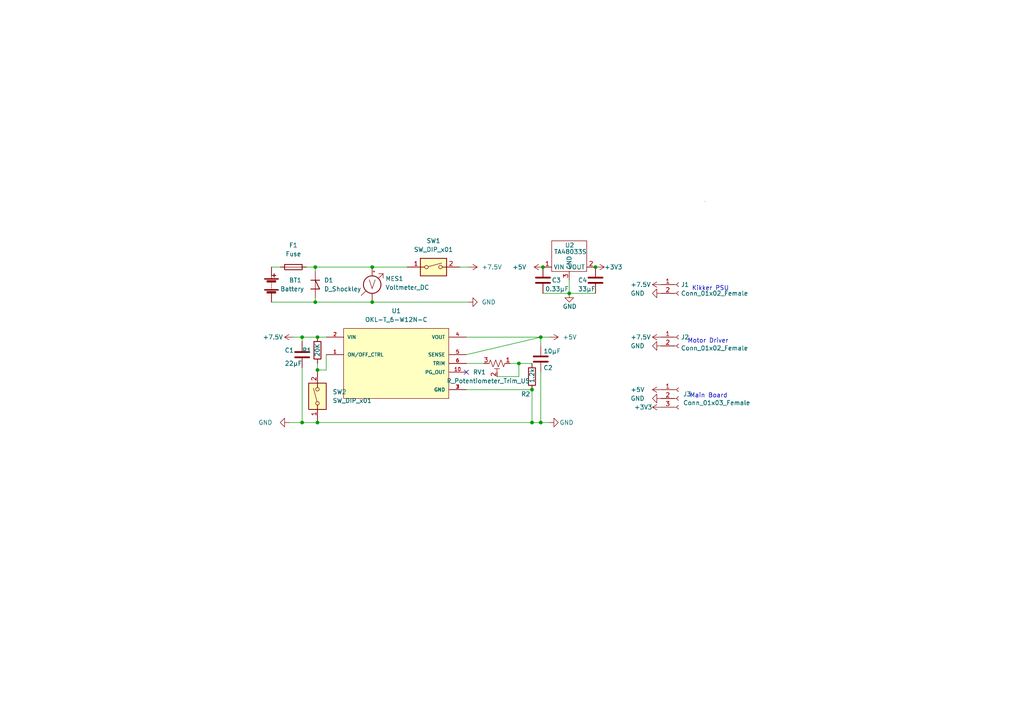
<source format=kicad_sch>
(kicad_sch (version 20211123) (generator eeschema)
  (paper "A4")
  (lib_symbols
    (symbol "Connector:Conn_01x02_Female" (pin_names (offset 1.016) hide)
      (property "Reference" "J" (at 0 2.54 0))
      (property "Value" "Conn_01x02_Female" (at 0 -5.08 0))
      (symbol "Conn_01x02_Female_1_1"
        (arc (start 0 -2.032) (mid -0.508 -2.54) (end 0 -3.048) (stroke (width 0.1524)))
        (polyline (pts (xy -1.27 -2.54) (xy -0.508 -2.54)) (stroke (width 0.1524)))
        (polyline (pts (xy -1.27 0) (xy -0.508 0)) (stroke (width 0.1524)))
        (arc (start 0 0.508) (mid -0.508 0) (end 0 -0.508) (stroke (width 0.1524)))
        (pin passive line (at -5.08 0 0) (length 3.81) (name "Pin_1") (number "1"))
        (pin passive line (at -5.08 -2.54 0) (length 3.81) (name "Pin_2") (number "2"))
      )
    )
    (symbol "Connector:Conn_01x03_Female" (pin_names (offset 1.016) hide)
      (property "Reference" "J" (at 0 5.08 0))
      (property "Value" "Conn_01x03_Female" (at 0 -5.08 0))
      (symbol "Conn_01x03_Female_1_1"
        (arc (start 0 -2.032) (mid -0.508 -2.54) (end 0 -3.048) (stroke (width 0.1524)))
        (polyline (pts (xy -1.27 -2.54) (xy -0.508 -2.54)) (stroke (width 0.1524)))
        (polyline (pts (xy -1.27 0) (xy -0.508 0)) (stroke (width 0.1524)))
        (polyline (pts (xy -1.27 2.54) (xy -0.508 2.54)) (stroke (width 0.1524)))
        (arc (start 0 0.508) (mid -0.508 0) (end 0 -0.508) (stroke (width 0.1524)))
        (arc (start 0 3.048) (mid -0.508 2.54) (end 0 2.032) (stroke (width 0.1524)))
        (pin passive line (at -5.08 2.54 0) (length 3.81) (name "Pin_1") (number "1"))
        (pin passive line (at -5.08 0 0) (length 3.81) (name "Pin_2") (number "2"))
        (pin passive line (at -5.08 -2.54 0) (length 3.81) (name "Pin_3") (number "3"))
      )
    )
    (symbol "Device:Battery" (pin_numbers hide) (pin_names (offset 0) hide)
      (property "Reference" "BT" (at 2.54 2.54 0))
      (property "Value" "Battery" (at 2.54 0 0))
      (symbol "Battery_0_1"
        (rectangle (start -2.032 -1.397) (end 2.032 -1.651) (fill (type outline)))
        (rectangle (start -2.032 1.778) (end 2.032 1.524) (fill (type outline)))
        (rectangle (start -1.3208 -1.9812) (end 1.27 -2.4892) (fill (type outline)))
        (rectangle (start -1.3208 1.1938) (end 1.27 0.6858) (fill (type outline)))
        (polyline (pts (xy 0 -1.524) (xy 0 -1.27)))
        (polyline (pts (xy 0 -1.016) (xy 0 -0.762)))
        (polyline (pts (xy 0 -0.508) (xy 0 -0.254)))
        (polyline (pts (xy 0 0) (xy 0 0.254)))
        (polyline (pts (xy 0 0.508) (xy 0 0.762)))
        (polyline (pts (xy 0 1.778) (xy 0 2.54)))
        (polyline (pts (xy 0.254 2.667) (xy 1.27 2.667)) (stroke (width 0.254)))
        (polyline (pts (xy 0.762 3.175) (xy 0.762 2.159)) (stroke (width 0.254)))
      )
      (symbol "Battery_1_1"
        (pin passive line (at 0 5.08 270) (length 2.54) (name "+") (number "1"))
        (pin passive line (at 0 -5.08 90) (length 2.54) (name "-") (number "2"))
      )
    )
    (symbol "Device:C" (pin_numbers hide) (pin_names (offset 0.254))
      (property "Reference" "C" (at 0.635 2.54 0))
      (property "Value" "C" (at 0.635 -2.54 0))
      (symbol "C_0_1"
        (polyline (pts (xy -2.032 -0.762) (xy 2.032 -0.762)) (stroke (width 0.508)))
        (polyline (pts (xy -2.032 0.762) (xy 2.032 0.762)) (stroke (width 0.508)))
      )
      (symbol "C_1_1"
        (pin passive line (at 0 3.81 270) (length 2.794) (name "~") (number "1"))
        (pin passive line (at 0 -3.81 90) (length 2.794) (name "~") (number "2"))
      )
    )
    (symbol "Device:D_Shockley" (pin_numbers hide) (pin_names (offset 1.016) hide)
      (property "Reference" "D" (at 0 2.54 0))
      (property "Value" "D_Shockley" (at 0 -2.54 0))
      (symbol "D_Shockley_0_1"
        (polyline (pts (xy -1.27 0) (xy 1.27 0)))
        (polyline (pts (xy -1.27 1.27) (xy -1.27 -1.27)) (stroke (width 0.254)))
        (polyline (pts (xy -1.27 0) (xy 1.27 1.27) (xy 1.27 -1.27)) (stroke (width 0.254)))
      )
      (symbol "D_Shockley_1_1"
        (pin passive line (at -3.81 0 0) (length 2.54) (name "K") (number "1"))
        (pin passive line (at 3.81 0 180) (length 2.54) (name "A") (number "2"))
      )
    )
    (symbol "Device:Fuse" (pin_numbers hide) (pin_names (offset 0))
      (property "Reference" "F" (at 2.032 0 90))
      (property "Value" "Fuse" (at -1.905 0 90))
      (symbol "Fuse_0_1"
        (rectangle (start -0.762 -2.54) (end 0.762 2.54) (stroke (width 0.254)))
        (polyline (pts (xy 0 2.54) (xy 0 -2.54)))
      )
      (symbol "Fuse_1_1"
        (pin passive line (at 0 3.81 270) (length 1.27) (name "~") (number "1"))
        (pin passive line (at 0 -3.81 90) (length 1.27) (name "~") (number "2"))
      )
    )
    (symbol "Device:R" (pin_numbers hide) (pin_names (offset 0))
      (property "Reference" "R" (at 2.032 0 90))
      (property "Value" "R" (at 0 0 90))
      (symbol "R_0_1"
        (rectangle (start -1.016 -2.54) (end 1.016 2.54) (stroke (width 0.254)))
      )
      (symbol "R_1_1"
        (pin passive line (at 0 3.81 270) (length 1.27) (name "~") (number "1"))
        (pin passive line (at 0 -3.81 90) (length 1.27) (name "~") (number "2"))
      )
    )
    (symbol "Device:R_Potentiometer_Trim_US" (pin_names (offset 1.016) hide)
      (property "Reference" "RV" (at -4.445 0 90))
      (property "Value" "R_Potentiometer_Trim_US" (at -2.54 0 90))
      (symbol "R_Potentiometer_Trim_US_0_1"
        (polyline (pts (xy 0 -2.286) (xy 0 -2.54)))
        (polyline (pts (xy 0 2.286) (xy 0 2.54)))
        (polyline (pts (xy 1.524 0.762) (xy 1.524 -0.762)))
        (polyline (pts (xy 2.54 0) (xy 1.524 0)))
        (polyline (pts (xy 0 -0.762) (xy 1.016 -1.143) (xy 0 -1.524) (xy -1.016 -1.905) (xy 0 -2.286)))
        (polyline (pts (xy 0 0.762) (xy 1.016 0.381) (xy 0 0) (xy -1.016 -0.381) (xy 0 -0.762)))
        (polyline (pts (xy 0 2.286) (xy 1.016 1.905) (xy 0 1.524) (xy -1.016 1.143) (xy 0 0.762)))
      )
      (symbol "R_Potentiometer_Trim_US_1_1"
        (pin passive line (at 0 3.81 270) (length 1.27) (name "1") (number "1"))
        (pin passive line (at 3.81 0 180) (length 1.27) (name "2") (number "2"))
        (pin passive line (at 0 -3.81 90) (length 1.27) (name "3") (number "3"))
      )
    )
    (symbol "Device:Voltmeter_DC" (pin_numbers hide) (pin_names (offset 0.0254) hide)
      (property "Reference" "MES" (at -3.302 1.016 0))
      (property "Value" "Voltmeter_DC" (at -3.302 -0.762 0))
      (symbol "Voltmeter_DC_0_0"
        (polyline (pts (xy -3.175 -3.175) (xy -1.905 -1.905)))
        (polyline (pts (xy 1.905 1.905) (xy 3.175 3.175)))
        (polyline (pts (xy 1.905 3.175) (xy 3.175 3.175) (xy 3.175 1.905)))
        (text "V" (at 0 0 0) (effects (font (size 2.54 2.54))))
      )
      (symbol "Voltmeter_DC_0_1"
        (polyline (pts (xy 0.254 3.81) (xy 0.762 3.81)))
        (polyline (pts (xy 0.508 4.064) (xy 0.508 3.556)))
        (circle (center 0 0) (radius 2.54) (stroke (width 0.254)))
      )
      (symbol "Voltmeter_DC_1_1"
        (pin passive line (at 0 -5.08 90) (length 2.54) (name "-") (number "1"))
        (pin passive line (at 0 5.08 270) (length 2.54) (name "+") (number "2"))
      )
    )
    (symbol "OKL-T_6-W12N-C:OKL-T_6-W12N-C" (pin_names (offset 1.016))
      (property "Reference" "U" (at -15.24 10.922 0))
      (property "Value" "OKL-T_6-W12N-C" (at -15.24 -12.7 0))
      (symbol "OKL-T_6-W12N-C_0_0"
        (rectangle (start -15.24 -10.16) (end 15.24 10.16) (stroke (width 0.1524)) (fill (type background)))
        (pin input line (at -20.32 2.54 0) (length 5.08) (name "ON/OFF_CTRL") (number "1"))
        (pin output line (at 20.32 -2.54 180) (length 5.08) (name "PG_OUT") (number "10"))
        (pin input line (at -20.32 7.62 0) (length 5.08) (name "VIN") (number "2"))
        (pin power_in line (at 20.32 -7.62 180) (length 5.08) (name "GND") (number "3"))
        (pin output line (at 20.32 7.62 180) (length 5.08) (name "VOUT") (number "4"))
        (pin input line (at 20.32 2.54 180) (length 5.08) (name "SENSE") (number "5"))
        (pin input line (at 20.32 0 180) (length 5.08) (name "TRIM") (number "6"))
        (pin power_in line (at 20.32 -7.62 180) (length 5.08) (name "GND") (number "7"))
      )
    )
    (symbol "Switch:SW_DIP_x01" (pin_names (offset 0) hide)
      (property "Reference" "SW" (at 0 3.81 0))
      (property "Value" "SW_DIP_x01" (at 0 -3.81 0))
      (symbol "SW_DIP_x01_0_0"
        (circle (center -2.032 0) (radius 0.508))
        (polyline (pts (xy -1.524 0.127) (xy 2.3622 1.1684)))
        (circle (center 2.032 0) (radius 0.508))
      )
      (symbol "SW_DIP_x01_0_1"
        (rectangle (start -3.81 2.54) (end 3.81 -2.54) (stroke (width 0.254)) (fill (type background)))
      )
      (symbol "SW_DIP_x01_1_1"
        (pin passive line (at -7.62 0 0) (length 5.08) (name "~") (number "1"))
        (pin passive line (at 7.62 0 180) (length 5.08) (name "~") (number "2"))
      )
    )
    (symbol "TA48033S:TA48033S"
      (property "Reference" "U" (at 0 1.27 0))
      (property "Value" "TA48033S" (at 0 -1.27 0))
      (symbol "TA48033S_0_1"
        (rectangle (start -5.08 2.54) (end 5.08 -6.35))
        (rectangle (start 39.37 13.97) (end 39.37 13.97))
      )
      (symbol "TA48033S_1_1"
        (pin bidirectional line (at -7.62 -5.08 0) (length 2.54) (name "VIN") (number "1"))
        (pin bidirectional line (at 7.62 -5.08 180) (length 2.54) (name "VOUT") (number "2"))
        (pin bidirectional line (at 0 -8.89 90) (length 2.54) (name "GND") (number "3"))
      )
    )
    (symbol "power:+3.3V" (power) (pin_names (offset 0))
      (property "Value" "+3.3V" (at 0 3.556 0))
      (symbol "+3.3V_0_1"
        (polyline (pts (xy -0.762 1.27) (xy 0 2.54)))
        (polyline (pts (xy 0 0) (xy 0 2.54)))
        (polyline (pts (xy 0 2.54) (xy 0.762 1.27)))
      )
      (symbol "+3.3V_1_1"
        (pin power_in line (at 0 0 90) (length 0) hide (name "+3V3") (number "1"))
      )
    )
    (symbol "power:+5V" (power) (pin_names (offset 0))
      (property "Value" "+5V" (at 0 3.556 0))
      (symbol "+5V_0_1"
        (polyline (pts (xy -0.762 1.27) (xy 0 2.54)))
        (polyline (pts (xy 0 0) (xy 0 2.54)))
        (polyline (pts (xy 0 2.54) (xy 0.762 1.27)))
      )
      (symbol "+5V_1_1"
        (pin power_in line (at 0 0 90) (length 0) hide (name "+5V") (number "1"))
      )
    )
    (symbol "power:+7.5V" (power) (pin_names (offset 0))
      (property "Value" "+7.5V" (at 0 3.556 0))
      (symbol "+7.5V_0_1"
        (polyline (pts (xy -0.762 1.27) (xy 0 2.54)))
        (polyline (pts (xy 0 0) (xy 0 2.54)))
        (polyline (pts (xy 0 2.54) (xy 0.762 1.27)))
      )
      (symbol "+7.5V_1_1"
        (pin power_in line (at 0 0 90) (length 0) hide (name "+7.5V") (number "1"))
      )
    )
    (symbol "power:GND" (power) (pin_names (offset 0))
      (property "Value" "GND" (at 0 -3.81 0))
      (symbol "GND_0_1"
        (polyline (pts (xy 0 0) (xy 0 -1.27) (xy 1.27 -1.27) (xy 0 -2.54) (xy -1.27 -1.27) (xy 0 -1.27)))
      )
      (symbol "GND_1_1"
        (pin power_in line (at 0 0 270) (length 0) hide (name "GND") (number "1"))
      )
    )
  )
  (junction (at 87.63 97.79))
  (junction (at 91.44 87.63))
  (junction (at 150.495 105.41))
  (junction (at 172.72 77.47))
  (junction (at 157.48 77.47))
  (junction (at 154.305 122.555))
  (junction (at 92.075 97.79))
  (junction (at 154.305 113.03))
  (junction (at 107.95 77.47))
  (junction (at 91.44 77.47))
  (junction (at 107.95 87.63))
  (junction (at 92.075 107.315))
  (junction (at 156.845 122.555))
  (junction (at 87.63 122.555))
  (junction (at 156.845 97.79))
  (junction (at 165.1 85.09))
  (junction (at 92.075 122.555))
  (no_connect (at 135.255 107.95))
  (wire (pts (xy 91.44 77.47) (xy 107.95 77.47)))
  (wire (pts (xy 83.82 122.555) (xy 87.63 122.555)))
  (wire (pts (xy 135.255 102.87) (xy 156.845 97.79)))
  (wire (pts (xy 107.95 87.63) (xy 135.89 87.63)))
  (wire (pts (xy 156.845 122.555) (xy 159.385 122.555)))
  (wire (pts (xy 150.495 105.41) (xy 154.305 105.41)))
  (wire (pts (xy 78.74 87.63) (xy 91.44 87.63)))
  (wire (pts (xy 135.255 113.03) (xy 154.305 113.03)))
  (wire (pts (xy 91.44 86.36) (xy 91.44 87.63)))
  (wire (pts (xy 92.075 97.79) (xy 94.615 97.79)))
  (wire (pts (xy 88.9 77.47) (xy 91.44 77.47)))
  (wire (pts (xy 150.495 109.22) (xy 150.495 105.41)))
  (wire (pts (xy 156.845 100.33) (xy 156.845 97.79)))
  (wire (pts (xy 154.305 113.03) (xy 154.305 122.555)))
  (wire (pts (xy 165.1 85.09) (xy 172.72 85.09)))
  (wire (pts (xy 135.255 97.79) (xy 156.845 97.79)))
  (wire (pts (xy 165.1 81.28) (xy 165.1 85.09)))
  (wire (pts (xy 78.74 77.47) (xy 81.28 77.47)))
  (wire (pts (xy 87.63 97.79) (xy 92.075 97.79)))
  (wire (pts (xy 92.075 105.41) (xy 92.075 107.315)))
  (wire (pts (xy 91.44 77.47) (xy 91.44 78.74)))
  (wire (pts (xy 135.255 105.41) (xy 140.335 105.41)))
  (wire (pts (xy 157.48 85.09) (xy 165.1 85.09)))
  (wire (pts (xy 94.615 102.87) (xy 94.615 107.315)))
  (wire (pts (xy 156.845 107.95) (xy 156.845 122.555)))
  (wire (pts (xy 87.63 106.68) (xy 87.63 122.555)))
  (wire (pts (xy 87.63 122.555) (xy 92.075 122.555)))
  (wire (pts (xy 91.44 87.63) (xy 107.95 87.63)))
  (wire (pts (xy 87.63 99.06) (xy 87.63 97.79)))
  (wire (pts (xy 156.845 97.79) (xy 159.385 97.79)))
  (wire (pts (xy 85.09 97.79) (xy 87.63 97.79)))
  (wire (pts (xy 107.95 77.47) (xy 118.11 77.47)))
  (wire (pts (xy 133.35 77.47) (xy 135.89 77.47)))
  (wire (pts (xy 92.075 122.555) (xy 154.305 122.555)))
  (wire (pts (xy 154.305 122.555) (xy 156.845 122.555)))
  (wire (pts (xy 94.615 107.315) (xy 92.075 107.315)))
  (wire (pts (xy 144.145 109.22) (xy 150.495 109.22)))
  (wire (pts (xy 147.955 105.41) (xy 150.495 105.41)))
  (text "Motor Driver" (at 199.39 99.695 0) (effects (font (size 1.27 1.27)) (justify left bottom)))
  (text "Kikker PSU" (at 200.66 84.455 0) (effects (font (size 1.27 1.27)) (justify left bottom)))
  (text "Main Board\n" (at 200.025 115.57 0) (effects (font (size 1.27 1.27)) (justify left bottom)))
  (symbol (lib_id "Switch:SW_DIP_x01") (at 92.075 114.935 90) (unit 1)
    (property "Reference" "SW2" (at 96.4444 113.6649 90) (effects (justify right)))
    (property "Value" "SW_DIP_x01" (at 96.4444 116.2049 90) (effects (justify right)))
    (property "Footprint" "Lib:2MS1T2B4M2QES" (effects hide))
  )
  (symbol (lib_id "Device:C") (at 156.845 104.14 0) (unit 1)
    (property "Reference" "C2" (at 157.607 106.68 0) (effects (justify left)))
    (property "Value" "10μF" (at 157.607 101.854 0) (effects (justify left)))
    (property "Footprint" "Capacitor_THT:C_Disc_D5.1mm_W3.2mm_P5.00mm" (effects hide))
  )
  (symbol (lib_id "TA48033S:TA48033S") (at 165.1 72.39 0) (unit 1)
    (property "Reference" "U2" (at 163.83 71.12 0) (effects (justify left)))
    (property "Value" "TA48033S" (at 160.655 73.025 0) (effects (justify left)))
    (property "Footprint" "Lib:TA48033S" (effects hide))
  )
  (symbol (lib_id "power:+3.3V") (at 172.72 77.47 270) (unit 1)
    (property "Reference" "#PWR015" (effects hide))
    (property "Value" "+3.3V" (at 175.26 77.47 90) (effects (justify left)))
  )
  (symbol (lib_id "power:+5V") (at 191.77 113.03 90) (unit 1)
    (property "Reference" "#PWR011" (effects hide))
    (property "Value" "+5V" (at 182.88 113.03 90) (effects (justify right)))
  )
  (symbol (lib_id "power:GND") (at 159.385 122.555 90) (unit 1)
    (property "Reference" "#PWR06" (effects hide))
    (property "Value" "GND" (at 166.37 122.555 90) (effects (justify left)))
  )
  (symbol (lib_id "power:+3.3V") (at 191.77 118.11 90) (unit 1)
    (property "Reference" "#PWR016" (effects hide))
    (property "Value" "+3.3V" (at 189.23 118.11 90) (effects (justify left)))
  )
  (symbol (lib_id "Device:R") (at 154.305 109.22 0) (unit 1)
    (property "Reference" "R2" (at 151.13 114.3 0) (effects (justify left)))
    (property "Value" "1.2k" (at 154.305 111.125 90) (effects (justify left)))
    (property "Footprint" "Resistor_THT:R_Axial_DIN0204_L3.6mm_D1.6mm_P5.08mm_Horizontal" (effects hide))
  )
  (symbol (lib_id "power:GND") (at 135.89 87.63 90) (unit 1)
    (property "Reference" "#PWR04" (effects hide))
    (property "Value" "GND" (at 139.7 87.6299 90) (effects (justify right)))
  )
  (symbol (lib_id "power:GND") (at 165.1 85.09 0) (unit 1)
    (property "Reference" "#PWR014" (effects hide))
    (property "Value" "GND" (at 163.195 88.9 0) (effects (justify left)))
  )
  (symbol (lib_id "power:+7.5V") (at 135.89 77.47 270) (unit 1)
    (property "Reference" "#PWR03" (effects hide))
    (property "Value" "+7.5V" (at 139.7 77.4699 90) (effects (justify left)))
  )
  (symbol (lib_id "power:GND") (at 191.77 100.33 270) (unit 1)
    (property "Reference" "#PWR010" (effects hide))
    (property "Value" "GND" (at 182.88 100.33 90) (effects (justify left)))
  )
  (symbol (lib_id "Device:C") (at 157.48 81.28 0) (unit 1)
    (property "Reference" "C3" (at 160.02 81.28 0) (effects (justify left)))
    (property "Value" "0.33μF" (at 158.115 83.82 0) (effects (justify left)))
    (property "Footprint" "Capacitor_THT:C_Disc_D3.0mm_W1.6mm_P2.50mm" (effects hide))
  )
  (symbol (lib_id "Device:C") (at 172.72 81.28 0) (unit 1)
    (property "Reference" "C4" (at 167.64 81.28 0) (effects (justify left)))
    (property "Value" "33μF" (at 167.64 83.82 0) (effects (justify left)))
    (property "Footprint" "Capacitor_THT:C_Radial_D6.3mm_H11.0mm_P2.50mm" (effects hide))
  )
  (symbol (lib_id "power:GND") (at 191.77 85.09 270) (unit 1)
    (property "Reference" "#PWR08" (effects hide))
    (property "Value" "GND" (at 182.88 85.09 90) (effects (justify left)))
  )
  (symbol (lib_id "Device:Voltmeter_DC") (at 107.95 82.55 0) (unit 1)
    (property "Reference" "MES1" (at 111.76 80.8354 0) (effects (justify left)))
    (property "Value" "Voltmeter_DC" (at 111.76 83.3754 0) (effects (justify left)))
    (property "Footprint" "Lib:voltage_counter" (effects hide))
  )
  (symbol (lib_id "Connector:Conn_01x02_Female") (at 196.85 82.55 0) (unit 1)
    (property "Reference" "J1" (at 197.485 82.55 0) (effects (justify left)))
    (property "Value" "Conn_01x02_Female" (at 197.485 85.09 0) (effects (justify left)))
    (property "Footprint" "Connector_JST:JST_XH_B2B-XH-A_1x02_P2.50mm_Vertical" (effects hide))
  )
  (symbol (lib_id "power:+7.5V") (at 191.77 82.55 90) (unit 1)
    (property "Reference" "#PWR07" (effects hide))
    (property "Value" "+7.5V" (at 182.88 82.55 90) (effects (justify right)))
  )
  (symbol (lib_id "Device:D_Shockley") (at 91.44 82.55 270) (unit 1)
    (property "Reference" "D1" (at 93.98 81.2799 90) (effects (justify left)))
    (property "Value" "D_Shockley" (at 93.98 83.8199 90) (effects (justify left)))
    (property "Footprint" "Diode_THT:D_5W_P12.70mm_Horizontal" (effects hide))
  )
  (symbol (lib_id "power:+5V") (at 157.48 77.47 90) (unit 1)
    (property "Reference" "#PWR013" (effects hide))
    (property "Value" "+5V" (at 148.59 77.47 90) (effects (justify right)))
  )
  (symbol (lib_id "Switch:SW_DIP_x01") (at 125.73 77.47 0) (unit 1)
    (property "Reference" "SW1" (at 125.73 69.85 0))
    (property "Value" "SW_DIP_x01" (at 125.73 72.39 0))
    (property "Footprint" "Lib:DS-850k" (effects hide))
  )
  (symbol (lib_id "power:GND") (at 191.77 115.57 270) (unit 1)
    (property "Reference" "#PWR012" (effects hide))
    (property "Value" "GND" (at 182.88 115.57 90) (effects (justify left)))
  )
  (symbol (lib_id "power:+7.5V") (at 191.77 97.79 90) (unit 1)
    (property "Reference" "#PWR09" (effects hide))
    (property "Value" "+7.5V" (at 182.88 97.79 90) (effects (justify right)))
  )
  (symbol (lib_id "Connector:Conn_01x03_Female") (at 196.85 115.57 0) (unit 1)
    (property "Reference" "J3" (at 198.12 114.2999 0) (effects (justify left)))
    (property "Value" "Conn_01x03_Female" (at 198.12 116.8399 0) (effects (justify left)))
    (property "Footprint" "Connector_JST:JST_XH_B3B-XH-A_1x03_P2.50mm_Vertical" (effects hide))
  )
  (symbol (lib_id "Device:Fuse") (at 85.09 77.47 90) (unit 1)
    (property "Reference" "F1" (at 85.09 71.12 90))
    (property "Value" "Fuse" (at 85.09 73.66 90))
    (property "Footprint" "Lib:fuse_socket" (effects hide))
  )
  (symbol (lib_id "Connector:Conn_01x02_Female") (at 196.85 97.79 0) (unit 1)
    (property "Reference" "J2" (at 197.485 97.79 0) (effects (justify left)))
    (property "Value" "Conn_01x02_Female" (at 197.485 100.965 0) (effects (justify left)))
    (property "Footprint" "Connector_JST:JST_XH_B2B-XH-A_1x02_P2.50mm_Vertical" (effects hide))
  )
  (symbol (lib_id "Device:C") (at 87.63 102.87 0) (unit 1)
    (property "Reference" "C1" (at 82.55 101.6 0) (effects (justify left)))
    (property "Value" "22μF" (at 82.55 105.41 0) (effects (justify left)))
    (property "Footprint" "Capacitor_THT:C_Disc_D5.1mm_W3.2mm_P5.00mm" (effects hide))
  )
  (symbol (lib_id "Device:R") (at 92.075 101.6 0) (unit 1)
    (property "Reference" "R1" (at 87.63 101.6 0) (effects (justify left)))
    (property "Value" "20K" (at 92.075 103.505 90) (effects (justify left)))
    (property "Footprint" "Resistor_THT:R_Axial_DIN0204_L3.6mm_D1.6mm_P5.08mm_Horizontal" (effects hide))
  )
  (symbol (lib_id "Device:R_Potentiometer_Trim_US") (at 144.145 105.41 270) (unit 1)
    (property "Reference" "RV1" (at 139.065 107.95 90))
    (property "Value" "R_Potentiometer_Trim_US" (at 141.605 110.49 90))
    (property "Footprint" "Potentiometer_THT:Potentiometer_Bourns_3296W_Vertical" (effects hide))
  )
  (symbol (lib_id "Device:Battery") (at 78.74 82.55 0) (unit 1)
    (property "Reference" "BT1" (at 83.82 81.28 0) (effects (justify left)))
    (property "Value" "Battery" (at 81.28 83.82 0) (effects (justify left)))
    (property "Footprint" "Connector_JST:JST_VH_B2P-VH-B_1x02_P3.96mm_Vertical" (effects hide))
  )
  (symbol (lib_id "power:+5V") (at 159.385 97.79 270) (unit 1)
    (property "Reference" "#PWR05" (effects hide))
    (property "Value" "+5V" (at 163.195 97.7899 90) (effects (justify left)))
  )
  (symbol (lib_id "OKL-T_6-W12N-C:OKL-T_6-W12N-C") (at 114.935 105.41 0) (unit 1)
    (property "Reference" "U1" (at 114.935 90.17 0))
    (property "Value" "OKL-T_6-W12N-C" (at 114.935 92.71 0))
    (property "Footprint" "Lib:DCDC-murata-6A" (effects hide))
  )
  (symbol (lib_id "power:GND") (at 83.82 122.555 270) (unit 1)
    (property "Reference" "#PWR01" (effects hide))
    (property "Value" "GND" (at 74.93 122.555 90) (effects (justify left)))
  )
  (symbol (lib_id "power:+7.5V") (at 85.09 97.79 90) (unit 1)
    (property "Reference" "#PWR02" (effects hide))
    (property "Value" "+7.5V" (at 76.2 97.79 90) (effects (justify right)))
  )
)
</source>
